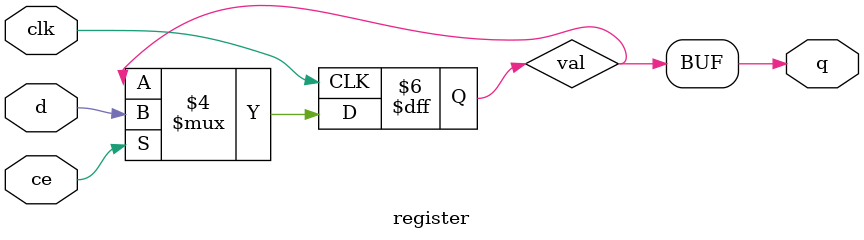
<source format=v>
`timescale 1ns / 1ps


module register
#(
    parameter LENGTH = 1
)
(
    input clk,  // zegar
    input ce,  // zapis
    input [LENGTH - 1: 0]d,  // dane
    output [LENGTH - 1: 0]q
);
    
    reg [LENGTH - 1: 0]val = 0;
    always @(posedge clk)
    begin
        if(ce) val <= d;
        else val <= val;
    end
    assign q=val;
    
endmodule

</source>
